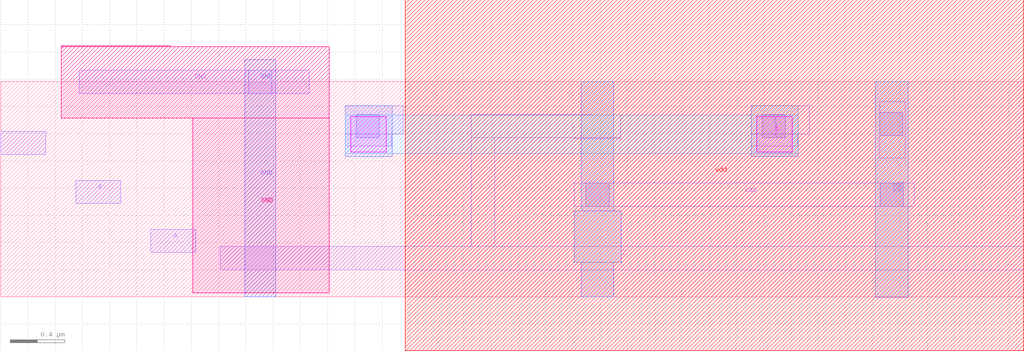
<source format=lef>
VERSION 5.7 ;
  NOWIREEXTENSIONATPIN ON ;
  DIVIDERCHAR "/" ;
  BUSBITCHARS "[]" ;
MACRO sky130_fd_bd_sram__openram_sp_nand3_dec
  CLASS BLOCK ;
  FOREIGN sky130_fd_bd_sram__openram_sp_nand3_dec ;
  ORIGIN 0.000 0.000 ;
  SIZE 7.510 BY 1.580 ;
  PIN vdd
    ANTENNADIFFAREA 0.844200 ;
    PORT
      LAYER nwell ;
        RECT 2.970 -0.395 7.510 2.185 ;
      LAYER li1 ;
        RECT 6.450 1.020 6.640 1.435 ;
        RECT 4.210 0.665 6.705 0.835 ;
      LAYER mcon ;
        RECT 6.450 1.185 6.620 1.355 ;
        RECT 4.295 0.665 4.465 0.835 ;
        RECT 6.455 0.665 6.625 0.835 ;
      LAYER met1 ;
        RECT 4.260 0.630 4.500 1.580 ;
        RECT 4.210 0.255 4.555 0.630 ;
        RECT 4.260 0.000 4.500 0.255 ;
        RECT 6.420 -0.005 6.660 1.580 ;
    END
  END vdd
  PIN GND
    ANTENNADIFFAREA 0.452900 ;
    PORT
      LAYER pwell ;
        RECT 0.445 1.840 1.245 1.845 ;
        RECT 0.445 1.315 2.410 1.840 ;
        RECT 1.410 0.030 2.410 1.315 ;
      LAYER li1 ;
        RECT 0.575 1.495 2.265 1.665 ;
      LAYER mcon ;
        RECT 1.820 1.495 1.990 1.665 ;
      LAYER met1 ;
        RECT 1.790 0.000 2.020 1.745 ;
    END
  END GND
  PIN Z
    ANTENNADIFFAREA 1.176100 ;
    PORT
      LAYER li1 ;
        RECT 3.455 1.335 4.335 1.340 ;
        RECT 3.455 1.170 4.550 1.335 ;
        RECT 3.455 0.370 3.625 1.170 ;
        RECT 4.210 1.165 4.550 1.170 ;
        RECT 1.610 0.200 7.510 0.370 ;
    END
  END Z
  PIN A
    ANTENNAGATEAREA 0.279000 ;
    PORT
      LAYER li1 ;
        RECT 1.100 0.325 1.430 0.495 ;
    END
  END A
  PIN B
    ANTENNAGATEAREA 0.279000 ;
    PORT
      LAYER li1 ;
        RECT 0.550 0.685 0.880 0.855 ;
    END
  END B
  PIN C
    ANTENNAGATEAREA 0.279000 ;
    PORT
      LAYER li1 ;
        RECT 0.000 1.045 0.330 1.215 ;
        RECT 2.530 1.195 2.955 1.405 ;
        RECT 5.510 1.195 5.935 1.405 ;
        RECT 2.530 1.110 2.870 1.195 ;
        RECT 5.510 1.110 5.850 1.195 ;
      LAYER mcon ;
        RECT 2.610 1.170 2.780 1.340 ;
        RECT 5.590 1.170 5.760 1.340 ;
      LAYER met1 ;
        RECT 2.530 1.030 2.875 1.405 ;
        RECT 5.510 1.030 5.855 1.405 ;
      LAYER via ;
        RECT 2.570 1.065 2.830 1.325 ;
        RECT 5.550 1.065 5.810 1.325 ;
      LAYER met2 ;
        RECT 2.530 1.055 5.855 1.335 ;
    END
  END C
END sky130_fd_bd_sram__openram_sp_nand3_dec
END LIBRARY


</source>
